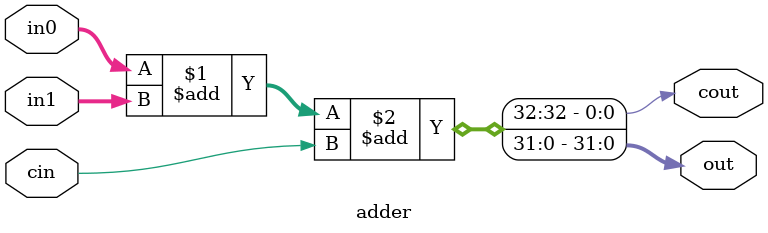
<source format=v>
module full_adder(
	input  cin,
  input  x,
  input  y,
	output s,
  output cout
	);

	assign s  = x ^ y ^ cin;
	assign cout = (x & y) | (x & cin) | (y & cin);
endmodule

module adder
#(
  parameter p_nbits = 32
)(
	output [p_nbits-1:0] out,
	output               cout,
  input                cin,
	input [p_nbits-1:0]  in0,
  input [p_nbits-1:0]  in1
	);
   /* verilator lint_off WIDTH */
   assign {cout, out} = in0 + in1 + cin;
   /* verilator lint_on WIDTH */

endmodule

</source>
